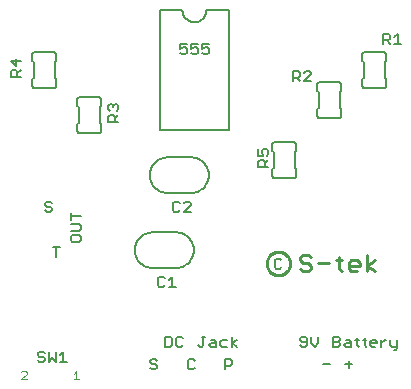
<source format=gto>
G75*
G70*
%OFA0B0*%
%FSLAX24Y24*%
%IPPOS*%
%LPD*%
%AMOC8*
5,1,8,0,0,1.08239X$1,22.5*
%
%ADD10C,0.0060*%
%ADD11C,0.0100*%
%ADD12C,0.0080*%
%ADD13C,0.0040*%
D10*
X001437Y002052D02*
X001381Y002109D01*
X001437Y002052D02*
X001551Y002052D01*
X001608Y002109D01*
X001608Y002166D01*
X001551Y002222D01*
X001437Y002222D01*
X001381Y002279D01*
X001381Y002336D01*
X001437Y002392D01*
X001551Y002392D01*
X001608Y002336D01*
X001749Y002392D02*
X001749Y002052D01*
X001863Y002166D01*
X001976Y002052D01*
X001976Y002392D01*
X002117Y002279D02*
X002231Y002392D01*
X002231Y002052D01*
X002344Y002052D02*
X002117Y002052D01*
X005131Y002029D02*
X005187Y001972D01*
X005301Y001972D01*
X005358Y001916D01*
X005358Y001859D01*
X005301Y001802D01*
X005187Y001802D01*
X005131Y001859D01*
X005131Y002029D02*
X005131Y002086D01*
X005187Y002142D01*
X005301Y002142D01*
X005358Y002086D01*
X005631Y002552D02*
X005801Y002552D01*
X005858Y002609D01*
X005858Y002836D01*
X005801Y002892D01*
X005631Y002892D01*
X005631Y002552D01*
X005999Y002609D02*
X005999Y002836D01*
X006056Y002892D01*
X006169Y002892D01*
X006226Y002836D01*
X006226Y002609D02*
X006169Y002552D01*
X006056Y002552D01*
X005999Y002609D01*
X006437Y002142D02*
X006381Y002086D01*
X006381Y001859D01*
X006437Y001802D01*
X006551Y001802D01*
X006608Y001859D01*
X006608Y002086D02*
X006551Y002142D01*
X006437Y002142D01*
X006792Y002552D02*
X006736Y002609D01*
X006792Y002552D02*
X006849Y002552D01*
X006906Y002609D01*
X006906Y002892D01*
X006849Y002892D02*
X006963Y002892D01*
X007161Y002779D02*
X007274Y002779D01*
X007331Y002722D01*
X007331Y002552D01*
X007161Y002552D01*
X007104Y002609D01*
X007161Y002666D01*
X007331Y002666D01*
X007472Y002722D02*
X007472Y002609D01*
X007529Y002552D01*
X007699Y002552D01*
X007841Y002552D02*
X007841Y002892D01*
X007699Y002779D02*
X007529Y002779D01*
X007472Y002722D01*
X007841Y002666D02*
X008011Y002779D01*
X007841Y002666D02*
X008011Y002552D01*
X007801Y002142D02*
X007631Y002142D01*
X007631Y001802D01*
X007631Y001916D02*
X007801Y001916D01*
X007858Y001972D01*
X007858Y002086D01*
X007801Y002142D01*
X010131Y002609D02*
X010187Y002552D01*
X010301Y002552D01*
X010358Y002609D01*
X010358Y002836D01*
X010301Y002892D01*
X010187Y002892D01*
X010131Y002836D01*
X010131Y002779D01*
X010187Y002722D01*
X010358Y002722D01*
X010499Y002666D02*
X010613Y002552D01*
X010726Y002666D01*
X010726Y002892D01*
X010499Y002892D02*
X010499Y002666D01*
X010881Y001972D02*
X011108Y001972D01*
X011631Y001972D02*
X011858Y001972D01*
X011744Y001859D02*
X011744Y002086D01*
X011661Y002552D02*
X011604Y002609D01*
X011661Y002666D01*
X011831Y002666D01*
X011831Y002722D02*
X011831Y002552D01*
X011661Y002552D01*
X011463Y002609D02*
X011406Y002552D01*
X011236Y002552D01*
X011236Y002892D01*
X011406Y002892D01*
X011463Y002836D01*
X011463Y002779D01*
X011406Y002722D01*
X011236Y002722D01*
X011406Y002722D02*
X011463Y002666D01*
X011463Y002609D01*
X011661Y002779D02*
X011774Y002779D01*
X011831Y002722D01*
X011972Y002779D02*
X012086Y002779D01*
X012029Y002836D02*
X012029Y002609D01*
X012086Y002552D01*
X012275Y002609D02*
X012331Y002552D01*
X012275Y002609D02*
X012275Y002836D01*
X012331Y002779D02*
X012218Y002779D01*
X012463Y002722D02*
X012463Y002609D01*
X012520Y002552D01*
X012633Y002552D01*
X012690Y002666D02*
X012463Y002666D01*
X012463Y002722D02*
X012520Y002779D01*
X012633Y002779D01*
X012690Y002722D01*
X012690Y002666D01*
X012832Y002666D02*
X012945Y002779D01*
X013002Y002779D01*
X013139Y002779D02*
X013139Y002609D01*
X013195Y002552D01*
X013365Y002552D01*
X013365Y002495D02*
X013309Y002439D01*
X013252Y002439D01*
X013365Y002495D02*
X013365Y002779D01*
X012832Y002779D02*
X012832Y002552D01*
X009506Y005209D02*
X009449Y005152D01*
X009335Y005152D01*
X009279Y005209D01*
X009279Y005436D01*
X009335Y005492D01*
X009449Y005492D01*
X009506Y005436D01*
X009301Y008166D02*
X009901Y008166D01*
X009918Y008168D01*
X009935Y008172D01*
X009951Y008179D01*
X009965Y008189D01*
X009978Y008202D01*
X009988Y008216D01*
X009995Y008232D01*
X009999Y008249D01*
X010001Y008266D01*
X010001Y008466D01*
X009951Y008516D01*
X009951Y009028D01*
X010001Y009078D01*
X010001Y009278D01*
X009999Y009295D01*
X009995Y009312D01*
X009988Y009328D01*
X009978Y009342D01*
X009965Y009355D01*
X009951Y009365D01*
X009935Y009372D01*
X009918Y009376D01*
X009901Y009378D01*
X009301Y009378D01*
X009284Y009376D01*
X009267Y009372D01*
X009251Y009365D01*
X009237Y009355D01*
X009224Y009342D01*
X009214Y009328D01*
X009207Y009312D01*
X009203Y009295D01*
X009201Y009278D01*
X009201Y009078D01*
X009251Y009028D01*
X009251Y008516D01*
X009201Y008466D01*
X009201Y008266D01*
X009203Y008249D01*
X009207Y008232D01*
X009214Y008216D01*
X009224Y008202D01*
X009237Y008189D01*
X009251Y008179D01*
X009267Y008172D01*
X009284Y008168D01*
X009301Y008166D01*
X009071Y008552D02*
X008731Y008552D01*
X008731Y008722D01*
X008787Y008779D01*
X008901Y008779D01*
X008957Y008722D01*
X008957Y008552D01*
X008957Y008666D02*
X009071Y008779D01*
X009014Y008920D02*
X009071Y008977D01*
X009071Y009091D01*
X009014Y009147D01*
X008901Y009147D01*
X008844Y009091D01*
X008844Y009034D01*
X008901Y008920D01*
X008731Y008920D01*
X008731Y009147D01*
X007751Y009772D02*
X005451Y009772D01*
X005451Y013772D01*
X006201Y013772D01*
X006203Y013733D01*
X006209Y013694D01*
X006218Y013656D01*
X006231Y013619D01*
X006248Y013583D01*
X006268Y013550D01*
X006292Y013518D01*
X006318Y013489D01*
X006347Y013463D01*
X006379Y013439D01*
X006412Y013419D01*
X006448Y013402D01*
X006485Y013389D01*
X006523Y013380D01*
X006562Y013374D01*
X006601Y013372D01*
X006640Y013374D01*
X006679Y013380D01*
X006717Y013389D01*
X006754Y013402D01*
X006790Y013419D01*
X006823Y013439D01*
X006855Y013463D01*
X006884Y013489D01*
X006910Y013518D01*
X006934Y013550D01*
X006954Y013583D01*
X006971Y013619D01*
X006984Y013656D01*
X006993Y013694D01*
X006999Y013733D01*
X007001Y013772D01*
X007751Y013772D01*
X007751Y009772D01*
X006494Y008863D02*
X006540Y008861D01*
X006586Y008856D01*
X006632Y008847D01*
X006677Y008834D01*
X006720Y008818D01*
X006762Y008799D01*
X006803Y008776D01*
X006841Y008750D01*
X006878Y008721D01*
X006912Y008690D01*
X006943Y008656D01*
X006972Y008619D01*
X006998Y008581D01*
X007021Y008540D01*
X007040Y008498D01*
X007056Y008455D01*
X007069Y008410D01*
X007078Y008364D01*
X007083Y008318D01*
X007085Y008272D01*
X007083Y008226D01*
X007078Y008180D01*
X007069Y008134D01*
X007056Y008089D01*
X007040Y008046D01*
X007021Y008004D01*
X006998Y007963D01*
X006972Y007925D01*
X006943Y007888D01*
X006912Y007854D01*
X006878Y007823D01*
X006841Y007794D01*
X006803Y007768D01*
X006762Y007745D01*
X006720Y007726D01*
X006677Y007710D01*
X006632Y007697D01*
X006586Y007688D01*
X006540Y007683D01*
X006494Y007681D01*
X006419Y007392D02*
X006306Y007392D01*
X006249Y007336D01*
X006108Y007336D02*
X006051Y007392D01*
X005937Y007392D01*
X005881Y007336D01*
X005881Y007109D01*
X005937Y007052D01*
X006051Y007052D01*
X006108Y007109D01*
X006249Y007052D02*
X006476Y007279D01*
X006476Y007336D01*
X006419Y007392D01*
X006476Y007052D02*
X006249Y007052D01*
X005116Y008272D02*
X005118Y008318D01*
X005123Y008364D01*
X005132Y008410D01*
X005145Y008455D01*
X005161Y008498D01*
X005180Y008540D01*
X005203Y008581D01*
X005229Y008619D01*
X005258Y008656D01*
X005289Y008690D01*
X005323Y008721D01*
X005360Y008750D01*
X005398Y008776D01*
X005439Y008799D01*
X005481Y008818D01*
X005524Y008834D01*
X005569Y008847D01*
X005615Y008856D01*
X005661Y008861D01*
X005707Y008863D01*
X005116Y008272D02*
X005118Y008226D01*
X005123Y008180D01*
X005132Y008134D01*
X005145Y008089D01*
X005161Y008046D01*
X005180Y008004D01*
X005203Y007963D01*
X005229Y007925D01*
X005258Y007888D01*
X005289Y007854D01*
X005323Y007823D01*
X005360Y007794D01*
X005398Y007768D01*
X005439Y007745D01*
X005481Y007726D01*
X005524Y007710D01*
X005569Y007697D01*
X005615Y007688D01*
X005661Y007683D01*
X005707Y007681D01*
X005994Y006363D02*
X006040Y006361D01*
X006086Y006356D01*
X006132Y006347D01*
X006177Y006334D01*
X006220Y006318D01*
X006262Y006299D01*
X006303Y006276D01*
X006341Y006250D01*
X006378Y006221D01*
X006412Y006190D01*
X006443Y006156D01*
X006472Y006119D01*
X006498Y006081D01*
X006521Y006040D01*
X006540Y005998D01*
X006556Y005955D01*
X006569Y005910D01*
X006578Y005864D01*
X006583Y005818D01*
X006585Y005772D01*
X006583Y005726D01*
X006578Y005680D01*
X006569Y005634D01*
X006556Y005589D01*
X006540Y005546D01*
X006521Y005504D01*
X006498Y005463D01*
X006472Y005425D01*
X006443Y005388D01*
X006412Y005354D01*
X006378Y005323D01*
X006341Y005294D01*
X006303Y005268D01*
X006262Y005245D01*
X006220Y005226D01*
X006177Y005210D01*
X006132Y005197D01*
X006086Y005188D01*
X006040Y005183D01*
X005994Y005181D01*
X005863Y004892D02*
X005749Y004779D01*
X005608Y004836D02*
X005551Y004892D01*
X005437Y004892D01*
X005381Y004836D01*
X005381Y004609D01*
X005437Y004552D01*
X005551Y004552D01*
X005608Y004609D01*
X005749Y004552D02*
X005976Y004552D01*
X005863Y004552D02*
X005863Y004892D01*
X004616Y005772D02*
X004618Y005818D01*
X004623Y005864D01*
X004632Y005910D01*
X004645Y005955D01*
X004661Y005998D01*
X004680Y006040D01*
X004703Y006081D01*
X004729Y006119D01*
X004758Y006156D01*
X004789Y006190D01*
X004823Y006221D01*
X004860Y006250D01*
X004898Y006276D01*
X004939Y006299D01*
X004981Y006318D01*
X005024Y006334D01*
X005069Y006347D01*
X005115Y006356D01*
X005161Y006361D01*
X005207Y006363D01*
X004616Y005772D02*
X004618Y005726D01*
X004623Y005680D01*
X004632Y005634D01*
X004645Y005589D01*
X004661Y005546D01*
X004680Y005504D01*
X004703Y005463D01*
X004729Y005425D01*
X004758Y005388D01*
X004789Y005354D01*
X004823Y005323D01*
X004860Y005294D01*
X004898Y005268D01*
X004939Y005245D01*
X004981Y005226D01*
X005024Y005210D01*
X005069Y005197D01*
X005115Y005188D01*
X005161Y005183D01*
X005207Y005181D01*
X002821Y006109D02*
X002764Y006052D01*
X002537Y006052D01*
X002481Y006109D01*
X002481Y006222D01*
X002537Y006279D01*
X002764Y006279D01*
X002821Y006222D01*
X002821Y006109D01*
X002764Y006420D02*
X002481Y006420D01*
X002481Y006647D02*
X002764Y006647D01*
X002821Y006591D01*
X002821Y006477D01*
X002764Y006420D01*
X002481Y006789D02*
X002481Y007016D01*
X002481Y006902D02*
X002821Y006902D01*
X001858Y007109D02*
X001801Y007052D01*
X001687Y007052D01*
X001631Y007109D01*
X001687Y007222D02*
X001631Y007279D01*
X001631Y007336D01*
X001687Y007392D01*
X001801Y007392D01*
X001858Y007336D01*
X001801Y007222D02*
X001687Y007222D01*
X001801Y007222D02*
X001858Y007166D01*
X001858Y007109D01*
X001881Y005892D02*
X002108Y005892D01*
X001994Y005892D02*
X001994Y005552D01*
X002801Y009666D02*
X003401Y009666D01*
X003418Y009668D01*
X003435Y009672D01*
X003451Y009679D01*
X003465Y009689D01*
X003478Y009702D01*
X003488Y009716D01*
X003495Y009732D01*
X003499Y009749D01*
X003501Y009766D01*
X003501Y009966D01*
X003451Y010016D01*
X003451Y010528D01*
X003501Y010578D01*
X003501Y010778D01*
X003499Y010795D01*
X003495Y010812D01*
X003488Y010828D01*
X003478Y010842D01*
X003465Y010855D01*
X003451Y010865D01*
X003435Y010872D01*
X003418Y010876D01*
X003401Y010878D01*
X002801Y010878D01*
X002784Y010876D01*
X002767Y010872D01*
X002751Y010865D01*
X002737Y010855D01*
X002724Y010842D01*
X002714Y010828D01*
X002707Y010812D01*
X002703Y010795D01*
X002701Y010778D01*
X002701Y010578D01*
X002751Y010528D01*
X002751Y010016D01*
X002701Y009966D01*
X002701Y009766D01*
X002703Y009749D01*
X002707Y009732D01*
X002714Y009716D01*
X002724Y009702D01*
X002737Y009689D01*
X002751Y009679D01*
X002767Y009672D01*
X002784Y009668D01*
X002801Y009666D01*
X003731Y010052D02*
X003731Y010222D01*
X003787Y010279D01*
X003901Y010279D01*
X003957Y010222D01*
X003957Y010052D01*
X003957Y010166D02*
X004071Y010279D01*
X004014Y010420D02*
X004071Y010477D01*
X004071Y010591D01*
X004014Y010647D01*
X003957Y010647D01*
X003901Y010591D01*
X003901Y010534D01*
X003901Y010591D02*
X003844Y010647D01*
X003787Y010647D01*
X003731Y010591D01*
X003731Y010477D01*
X003787Y010420D01*
X003731Y010052D02*
X004071Y010052D01*
X002001Y011266D02*
X002001Y011466D01*
X001951Y011516D01*
X001951Y012028D01*
X002001Y012078D01*
X002001Y012278D01*
X001999Y012295D01*
X001995Y012312D01*
X001988Y012328D01*
X001978Y012342D01*
X001965Y012355D01*
X001951Y012365D01*
X001935Y012372D01*
X001918Y012376D01*
X001901Y012378D01*
X001301Y012378D01*
X001284Y012376D01*
X001267Y012372D01*
X001251Y012365D01*
X001237Y012355D01*
X001224Y012342D01*
X001214Y012328D01*
X001207Y012312D01*
X001203Y012295D01*
X001201Y012278D01*
X001201Y012078D01*
X001251Y012028D01*
X001251Y011516D01*
X001201Y011466D01*
X001201Y011266D01*
X001203Y011249D01*
X001207Y011232D01*
X001214Y011216D01*
X001224Y011202D01*
X001237Y011189D01*
X001251Y011179D01*
X001267Y011172D01*
X001284Y011168D01*
X001301Y011166D01*
X001901Y011166D01*
X001918Y011168D01*
X001935Y011172D01*
X001951Y011179D01*
X001965Y011189D01*
X001978Y011202D01*
X001988Y011216D01*
X001995Y011232D01*
X001999Y011249D01*
X002001Y011266D01*
X000821Y011552D02*
X000481Y011552D01*
X000481Y011722D01*
X000537Y011779D01*
X000651Y011779D01*
X000707Y011722D01*
X000707Y011552D01*
X000707Y011666D02*
X000821Y011779D01*
X000651Y011920D02*
X000651Y012147D01*
X000821Y012091D02*
X000481Y012091D01*
X000651Y011920D01*
X006131Y012359D02*
X006187Y012302D01*
X006301Y012302D01*
X006358Y012359D01*
X006358Y012472D01*
X006301Y012529D01*
X006244Y012529D01*
X006131Y012472D01*
X006131Y012642D01*
X006358Y012642D01*
X006499Y012642D02*
X006499Y012472D01*
X006613Y012529D01*
X006669Y012529D01*
X006726Y012472D01*
X006726Y012359D01*
X006669Y012302D01*
X006556Y012302D01*
X006499Y012359D01*
X006499Y012642D02*
X006726Y012642D01*
X006867Y012642D02*
X006867Y012472D01*
X006981Y012529D01*
X007038Y012529D01*
X007094Y012472D01*
X007094Y012359D01*
X007038Y012302D01*
X006924Y012302D01*
X006867Y012359D01*
X006867Y012642D02*
X007094Y012642D01*
X009894Y011742D02*
X009894Y011402D01*
X009894Y011516D02*
X010064Y011516D01*
X010121Y011572D01*
X010121Y011686D01*
X010064Y011742D01*
X009894Y011742D01*
X010008Y011516D02*
X010121Y011402D01*
X010262Y011402D02*
X010489Y011629D01*
X010489Y011686D01*
X010433Y011742D01*
X010319Y011742D01*
X010262Y011686D01*
X010262Y011402D02*
X010489Y011402D01*
X010701Y011278D02*
X010701Y011078D01*
X010751Y011028D01*
X010751Y010516D01*
X010701Y010466D01*
X010701Y010266D01*
X010703Y010249D01*
X010707Y010232D01*
X010714Y010216D01*
X010724Y010202D01*
X010737Y010189D01*
X010751Y010179D01*
X010767Y010172D01*
X010784Y010168D01*
X010801Y010166D01*
X011401Y010166D01*
X011418Y010168D01*
X011435Y010172D01*
X011451Y010179D01*
X011465Y010189D01*
X011478Y010202D01*
X011488Y010216D01*
X011495Y010232D01*
X011499Y010249D01*
X011501Y010266D01*
X011501Y010466D01*
X011451Y010516D01*
X011451Y011028D01*
X011501Y011078D01*
X011501Y011278D01*
X011499Y011295D01*
X011495Y011312D01*
X011488Y011328D01*
X011478Y011342D01*
X011465Y011355D01*
X011451Y011365D01*
X011435Y011372D01*
X011418Y011376D01*
X011401Y011378D01*
X010801Y011378D01*
X010784Y011376D01*
X010767Y011372D01*
X010751Y011365D01*
X010737Y011355D01*
X010724Y011342D01*
X010714Y011328D01*
X010707Y011312D01*
X010703Y011295D01*
X010701Y011278D01*
X012201Y011266D02*
X012201Y011466D01*
X012251Y011516D01*
X012251Y012028D01*
X012201Y012078D01*
X012201Y012278D01*
X012203Y012295D01*
X012207Y012312D01*
X012214Y012328D01*
X012224Y012342D01*
X012237Y012355D01*
X012251Y012365D01*
X012267Y012372D01*
X012284Y012376D01*
X012301Y012378D01*
X012901Y012378D01*
X012918Y012376D01*
X012935Y012372D01*
X012951Y012365D01*
X012965Y012355D01*
X012978Y012342D01*
X012988Y012328D01*
X012995Y012312D01*
X012999Y012295D01*
X013001Y012278D01*
X013001Y012078D01*
X012951Y012028D01*
X012951Y011516D01*
X013001Y011466D01*
X013001Y011266D01*
X012999Y011249D01*
X012995Y011232D01*
X012988Y011216D01*
X012978Y011202D01*
X012965Y011189D01*
X012951Y011179D01*
X012935Y011172D01*
X012918Y011168D01*
X012901Y011166D01*
X012301Y011166D01*
X012284Y011168D01*
X012267Y011172D01*
X012251Y011179D01*
X012237Y011189D01*
X012224Y011202D01*
X012214Y011216D01*
X012207Y011232D01*
X012203Y011249D01*
X012201Y011266D01*
X012894Y012652D02*
X012894Y012992D01*
X013064Y012992D01*
X013121Y012936D01*
X013121Y012822D01*
X013064Y012766D01*
X012894Y012766D01*
X013008Y012766D02*
X013121Y012652D01*
X013262Y012652D02*
X013489Y012652D01*
X013376Y012652D02*
X013376Y012992D01*
X013262Y012879D01*
D11*
X012350Y005621D02*
X012350Y005060D01*
X012350Y005247D02*
X012630Y005434D01*
X012350Y005247D02*
X012630Y005060D01*
X012116Y005247D02*
X011742Y005247D01*
X011742Y005340D02*
X011836Y005434D01*
X012023Y005434D01*
X012116Y005340D01*
X012116Y005247D01*
X012023Y005060D02*
X011836Y005060D01*
X011742Y005154D01*
X011742Y005340D01*
X011524Y005434D02*
X011337Y005434D01*
X011431Y005527D02*
X011431Y005154D01*
X011524Y005060D01*
X011103Y005340D02*
X010729Y005340D01*
X010495Y005247D02*
X010495Y005154D01*
X010402Y005060D01*
X010215Y005060D01*
X010122Y005154D01*
X010215Y005340D02*
X010402Y005340D01*
X010495Y005247D01*
X010215Y005340D02*
X010122Y005434D01*
X010122Y005527D01*
X010215Y005621D01*
X010402Y005621D01*
X010495Y005527D01*
X009012Y005326D02*
X009014Y005365D01*
X009020Y005403D01*
X009029Y005441D01*
X009043Y005478D01*
X009060Y005513D01*
X009080Y005546D01*
X009103Y005577D01*
X009130Y005606D01*
X009159Y005632D01*
X009191Y005654D01*
X009225Y005674D01*
X009260Y005690D01*
X009297Y005702D01*
X009335Y005711D01*
X009374Y005716D01*
X009413Y005717D01*
X009452Y005714D01*
X009490Y005707D01*
X009528Y005697D01*
X009564Y005682D01*
X009599Y005665D01*
X009631Y005643D01*
X009662Y005619D01*
X009690Y005592D01*
X009715Y005562D01*
X009737Y005530D01*
X009755Y005496D01*
X009770Y005460D01*
X009782Y005422D01*
X009790Y005384D01*
X009794Y005345D01*
X009794Y005307D01*
X009790Y005268D01*
X009782Y005230D01*
X009770Y005192D01*
X009755Y005156D01*
X009737Y005122D01*
X009715Y005090D01*
X009690Y005060D01*
X009662Y005033D01*
X009631Y005009D01*
X009598Y004987D01*
X009564Y004970D01*
X009528Y004955D01*
X009490Y004945D01*
X009452Y004938D01*
X009413Y004935D01*
X009374Y004936D01*
X009335Y004941D01*
X009297Y004950D01*
X009260Y004962D01*
X009225Y004978D01*
X009191Y004998D01*
X009159Y005020D01*
X009130Y005046D01*
X009103Y005075D01*
X009080Y005106D01*
X009060Y005139D01*
X009043Y005174D01*
X009029Y005211D01*
X009020Y005249D01*
X009014Y005287D01*
X009012Y005326D01*
D12*
X006494Y007682D02*
X005707Y007682D01*
X005707Y008863D02*
X006494Y008863D01*
X005994Y006363D02*
X005207Y006363D01*
X005207Y005182D02*
X005994Y005182D01*
D13*
X001013Y001659D02*
X000826Y001472D01*
X001013Y001472D01*
X001013Y001659D02*
X001013Y001706D01*
X000966Y001752D01*
X000873Y001752D01*
X000826Y001706D01*
X002576Y001659D02*
X002670Y001752D01*
X002670Y001472D01*
X002763Y001472D02*
X002576Y001472D01*
M02*

</source>
